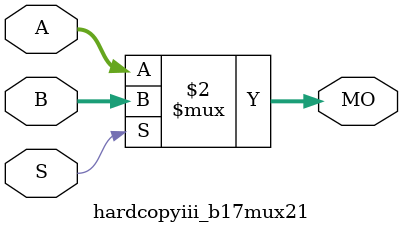
<source format=v>
module hardcopyiii_b17mux21 (MO, A, B, S);
   input [16:0] A, B;
   input 	S;
   output [16:0] MO; 
   assign MO = (S == 1) ? B : A; 
endmodule
</source>
